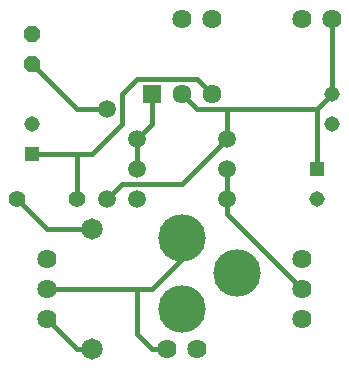
<source format=gbr>
G04 EAGLE Gerber RS-274X export*
G75*
%MOMM*%
%FSLAX34Y34*%
%LPD*%
%INTop Copper*%
%IPPOS*%
%AMOC8*
5,1,8,0,0,1.08239X$1,22.5*%
G01*
%ADD10C,1.625600*%
%ADD11C,1.509600*%
%ADD12C,1.309600*%
%ADD13R,1.309600X1.309600*%
%ADD14P,1.539592X8X112.500000*%
%ADD15R,1.609600X1.609600*%
%ADD16C,1.609600*%
%ADD17C,1.409600*%
%ADD18C,4.013200*%
%ADD19C,1.809600*%
%ADD20C,0.406400*%


D10*
X50800Y88900D03*
X50800Y63500D03*
X50800Y38100D03*
D11*
X203200Y165100D03*
X127000Y165100D03*
D12*
X38100Y203200D03*
D13*
X38100Y177800D03*
D11*
X127000Y190500D03*
X203200Y190500D03*
X101600Y215900D03*
X101600Y139700D03*
D13*
X279400Y165100D03*
D12*
X279400Y139700D03*
D14*
X38100Y254000D03*
X38100Y279400D03*
D12*
X292100Y228600D03*
X292100Y203200D03*
D15*
X139700Y228600D03*
D16*
X165100Y228600D03*
X190500Y228600D03*
D17*
X25400Y139700D03*
X76200Y139700D03*
D10*
X165100Y292100D03*
X190500Y292100D03*
X292100Y292100D03*
X266700Y292100D03*
D18*
X165100Y106520D03*
X165100Y46520D03*
X212100Y76520D03*
D10*
X152400Y12700D03*
X177800Y12700D03*
D19*
X88900Y12700D03*
X88900Y114300D03*
D10*
X266700Y88900D03*
X266700Y63500D03*
X266700Y38100D03*
D11*
X127000Y139700D03*
X203200Y139700D03*
D20*
X139700Y203200D02*
X139700Y228600D01*
X139700Y203200D02*
X127000Y190500D01*
X127000Y165100D01*
X101600Y215900D02*
X76200Y215900D01*
X38100Y254000D01*
X38100Y177800D02*
X76200Y177800D01*
X88900Y177800D01*
X114300Y203200D01*
X114300Y228600D01*
X127000Y241300D01*
X177800Y241300D01*
X190500Y228600D01*
X76200Y177800D02*
X76200Y139700D01*
X279400Y165100D02*
X279400Y215900D01*
X292100Y228600D01*
X292100Y292100D01*
X203200Y215900D02*
X177800Y215900D01*
X203200Y215900D02*
X279400Y215900D01*
X177800Y215900D02*
X165100Y228600D01*
X203200Y215900D02*
X203200Y190500D01*
X114300Y152400D02*
X101600Y139700D01*
X114300Y152400D02*
X165100Y152400D01*
X203200Y190500D01*
X88900Y114300D02*
X50800Y114300D01*
X25400Y139700D01*
X76200Y12700D02*
X88900Y12700D01*
X76200Y12700D02*
X50800Y38100D01*
X50800Y63500D02*
X127000Y63500D01*
X139700Y63500D01*
X139700Y12700D02*
X152400Y12700D01*
X139700Y12700D02*
X127000Y25400D01*
X127000Y63500D01*
X139700Y63500D02*
X165100Y88900D01*
X165100Y106520D01*
X203200Y139700D02*
X203200Y165100D01*
X203200Y127000D02*
X266700Y63500D01*
X203200Y127000D02*
X203200Y139700D01*
M02*

</source>
